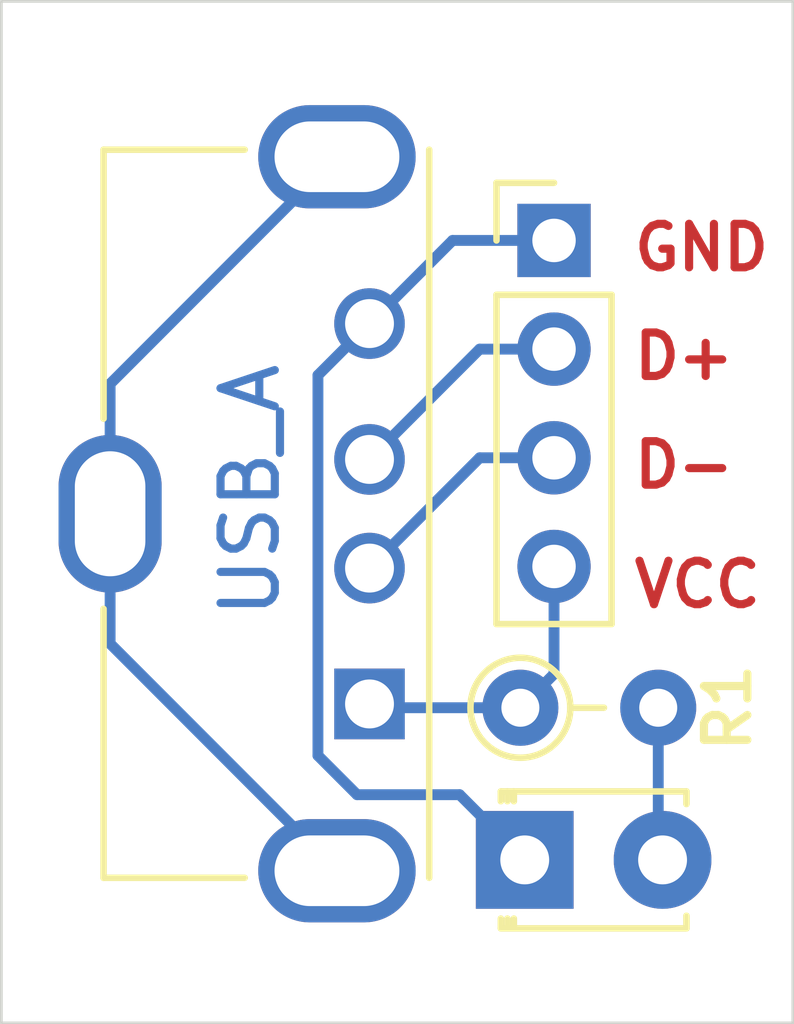
<source format=kicad_pcb>
(kicad_pcb (version 20240108) (generator "pcbnew") (generator_version "8.0")
  (layers (0 "F.Cu" signal) (31 "B.Cu" signal) (34 "B.Paste" user) (35 "F.Paste" user) (36 "B.SilkS" user "B.Silkscreen") (37 "F.SilkS" user "F.Silkscreen") (38 "B.Mask" user) (39 "F.Mask" user) (44 "Edge.Cuts" user))
  (net 0 "")
  (net 1 "/GND")
  (net 2 "/PWR")
  (net 3 "Net-(D1-A)")
  (net 4 "/D+")
  (net 5 "/D-")
  (net 6 "unconnected-(J1-Shield-Pad5)")
  (footprint "Resistor_THT:R_Axial_DIN0204_L3.6mm_D1.6mm_P2.54mm_Vertical" (layer "F.Cu") (at 30.38 33.57)
    (property "Reference" "R1" (at 3.82 0 -90) (layer "F.SilkS") (effects (font (size 0.8 0.8))))
    (property "Value" "R" (hide yes))
    (fp_line (start 0.92 0) (end 1.54 0) (stroke (width 0.12)) (layer "F.SilkS"))
    (fp_circle (center 0 0) (end 0.92 0) (stroke (width 0.12)) (fill none) (layer "F.SilkS"))
    (pad "1" thru_hole circle (at 0 0) (size 1.4 1.4) (drill 0.7) (layers "*.Cu" "*.Mask") (net 2 "/PWR"))
    (pad "2" thru_hole oval (at 2.54 0) (size 1.4 1.4) (drill 0.7) (layers "*.Cu" "*.Mask") (net 3 "Net-(D1-A)"))
  )
  (footprint "Connector_PinHeader_2.00mm:PinHeader_1x04_P2.00mm_Vertical" (layer "F.Cu") (at 31 24.97)
    (property "Reference" "J2" (hide yes))
    (property "Value" "Conn" (hide yes))
    (fp_line (start -1.06 -1.06) (end 0 -1.06) (stroke (width 0.12)) (layer "F.SilkS"))
    (fp_line (start -1.06 0) (end -1.06 -1.06) (stroke (width 0.12)) (layer "F.SilkS"))
    (fp_line (start -1.06 1) (end -1.06 7.06) (stroke (width 0.12)) (layer "F.SilkS"))
    (fp_line (start -1.06 1) (end 1.06 1) (stroke (width 0.12)) (layer "F.SilkS"))
    (fp_line (start -1.06 7.06) (end 1.06 7.06) (stroke (width 0.12)) (layer "F.SilkS"))
    (fp_line (start 1.06 1) (end 1.06 7.06) (stroke (width 0.12)) (layer "F.SilkS"))
    (pad "1" thru_hole rect (at 0 0) (size 1.35 1.35) (drill 0.8) (layers "*.Cu" "*.Mask") (net 1 "/GND"))
    (pad "2" thru_hole oval (at 0 2) (size 1.35 1.35) (drill 0.8) (layers "*.Cu" "*.Mask") (net 4 "/D+"))
    (pad "3" thru_hole oval (at 0 4) (size 1.35 1.35) (drill 0.8) (layers "*.Cu" "*.Mask") (net 5 "/D-"))
    (pad "4" thru_hole oval (at 0 6) (size 1.35 1.35) (drill 0.8) (layers "*.Cu" "*.Mask") (net 2 "/PWR"))
  )
  (footprint "LED_THT:LED_D1.8mm_W3.3mm_H2.4mm" (layer "F.Cu") (at 30.46 36.37)
    (property "Reference" "D1" (hide yes))
    (property "Value" "L1")
    (fp_line (start -0.44 -1.26) (end -0.44 -1.08) (stroke (width 0.12)) (layer "F.SilkS"))
    (fp_line (start -0.44 -1.26) (end 2.98 -1.26) (stroke (width 0.12)) (layer "F.SilkS"))
    (fp_line (start -0.44 1.08) (end -0.44 1.26) (stroke (width 0.12)) (layer "F.SilkS"))
    (fp_line (start -0.44 1.26) (end 2.98 1.26) (stroke (width 0.12)) (layer "F.SilkS"))
    (fp_line (start -0.32 -1.26) (end -0.32 -1.08) (stroke (width 0.12)) (layer "F.SilkS"))
    (fp_line (start -0.32 1.08) (end -0.32 1.26) (stroke (width 0.12)) (layer "F.SilkS"))
    (fp_line (start -0.2 -1.26) (end -0.2 -1.08) (stroke (width 0.12)) (layer "F.SilkS"))
    (fp_line (start -0.2 1.08) (end -0.2 1.26) (stroke (width 0.12)) (layer "F.SilkS"))
    (fp_line (start 2.98 -1.26) (end 2.98 -1.028) (stroke (width 0.12)) (layer "F.SilkS"))
    (fp_line (start 2.98 1.028) (end 2.98 1.26) (stroke (width 0.12)) (layer "F.SilkS"))
    (pad "1" thru_hole rect (at 0 0) (size 1.8 1.8) (drill 0.9) (layers "*.Cu" "*.Mask") (net 1 "/GND"))
    (pad "2" thru_hole circle (at 2.54 0) (size 1.8 1.8) (drill 0.9) (layers "*.Cu" "*.Mask") (net 3 "Net-(D1-A)"))
  )
  (footprint "Connector_USB:USB_A_Molex_105057_Vertical" (layer "F.Cu") (at 27.6 33.5 90)
    (property "Reference" "J1" (hide yes))
    (property "Value" "USB_A" (at 3.93 -2.2 90) (layer "B.Cu"))
    (fp_line (start 10.2 -4.9) (end 5.25 -4.9) (stroke (width 0.12)) (layer "F.SilkS"))
    (fp_line (start 10.2 -4.9) (end 10.2 -2.3) (stroke (width 0.12)) (layer "F.SilkS"))
    (fp_line (start -3.2 -4.9) (end 1.75 -4.9) (stroke (width 0.12)) (layer "F.SilkS"))
    (fp_line (start -3.2 -4.9) (end -3.2 -2.3) (stroke (width 0.12)) (layer "F.SilkS"))
    (fp_line (start 10.2 1.1) (end -3.2 1.1) (stroke (width 0.12)) (layer "F.SilkS"))
    (pad "1" thru_hole rect (at 0 0 90) (size 1.3 1.3) (drill 0.9) (layers "*.Cu" "*.Mask") (net 2 "/PWR"))
    (pad "2" thru_hole circle (at 2.5 0 90) (size 1.3 1.3) (drill 0.9) (layers "*.Cu" "*.Mask") (net 5 "/D-"))
    (pad "3" thru_hole circle (at 4.5 0 90) (size 1.3 1.3) (drill 0.9) (layers "*.Cu" "*.Mask") (net 4 "/D+"))
    (pad "4" thru_hole circle (at 7 0 90) (size 1.3 1.3) (drill 0.9) (layers "*.Cu" "*.Mask") (net 1 "/GND"))
    (pad "5" thru_hole oval (at -3.07 -0.6 270) (size 1.9 2.9) (drill oval 1.3 2.3) (layers "*.Cu" "*.Mask") (net 6 "unconnected-(J1-Shield-Pad5)"))
    (pad "5" thru_hole oval (at 3.5 -4.78 180) (size 1.9 2.9) (drill oval 1.3 2.3) (layers "*.Cu" "*.Mask") (net 6 "unconnected-(J1-Shield-Pad5)"))
    (pad "5" thru_hole oval (at 10.07 -0.6 90) (size 1.9 2.9) (drill oval 1.3 2.3) (layers "*.Cu" "*.Mask") (net 6 "unconnected-(J1-Shield-Pad5)"))
  )
  (gr_line (start 35.4 20.57) (end 35.4 39.37) (stroke (width 0.05)) (layer "Edge.Cuts"))
  (gr_line (start 20.81625 20.57) (end 35.4 20.57) (stroke (width 0.05)) (layer "Edge.Cuts"))
  (gr_line (start 35.4 39.37) (end 20.81625 39.37) (stroke (width 0.05)) (layer "Edge.Cuts"))
  (gr_line (start 20.81625 39.37) (end 20.81625 20.57) (stroke (width 0.05)) (layer "Edge.Cuts"))
  (gr_text "D+" (at 32.4 27.57 0) (layer "F.Cu") (effects (font (size 0.8 0.8) (thickness 0.15) (bold yes)) (justify left bottom)))
  (gr_text "GND" (at 32.4 25.57 0) (layer "F.Cu") (effects (font (size 0.8 0.8) (thickness 0.15) (bold yes)) (justify left bottom)))
  (gr_text "D-" (at 32.4 29.57 0) (layer "F.Cu") (effects (font (size 0.8 0.8) (thickness 0.15) (bold yes)) (justify left bottom)))
  (gr_text "VCC" (at 32.4 31.77 0) (layer "F.Cu") (effects (font (size 0.8 0.8)) (justify left bottom)))
  (segment (start 29.13 24.97) (end 27.6 26.5) (width 0.2) (layer "B.Cu") (net 1))
  (segment (start 26.65 27.45) (end 26.65 34.45) (width 0.2) (layer "B.Cu") (net 1))
  (segment (start 26.65 34.45) (end 27.37 35.17) (width 0.2) (layer "B.Cu") (net 1))
  (segment (start 27.6 26.5) (end 26.65 27.45) (width 0.2) (layer "B.Cu") (net 1))
  (segment (start 27.37 35.17) (end 29.26 35.17) (width 0.2) (layer "B.Cu") (net 1))
  (segment (start 31 24.97) (end 29.13 24.97) (width 0.2) (layer "B.Cu") (net 1))
  (segment (start 29.26 35.17) (end 30.46 36.37) (width 0.2) (layer "B.Cu") (net 1))
  (segment (start 31 32.95) (end 30.38 33.57) (width 0.2) (layer "B.Cu") (net 2))
  (segment (start 31 30.97) (end 31 32.95) (width 0.2) (layer "B.Cu") (net 2))
  (segment (start 30.38 33.57) (end 27.67 33.57) (width 0.2) (layer "B.Cu") (net 2))
  (segment (start 27.67 33.57) (end 27.6 33.5) (width 0.2) (layer "B.Cu") (net 2))
  (segment (start 32.92 36.29) (end 33 36.37) (width 0.2) (layer "B.Cu") (net 3))
  (segment (start 32.92 33.57) (end 32.92 36.29) (width 0.2) (layer "B.Cu") (net 3))
  (segment (start 31 26.97) (end 29.63 26.97) (width 0.2) (layer "B.Cu") (net 4))
  (segment (start 29.63 26.97) (end 27.6 29) (width 0.2) (layer "B.Cu") (net 4))
  (segment (start 31 28.97) (end 29.63 28.97) (width 0.2) (layer "B.Cu") (net 5))
  (segment (start 29.63 28.97) (end 27.6 31) (width 0.2) (layer "B.Cu") (net 5))
  (segment (start 22.82 32.39) (end 22.82 30) (width 0.2) (layer "B.Cu") (net 6))
  (segment (start 27 23.43) (end 22.82 27.61) (width 0.2) (layer "B.Cu") (net 6))
  (segment (start 22.82 27.61) (end 22.82 30) (width 0.2) (layer "B.Cu") (net 6))
  (segment (start 27 36.57) (end 22.82 32.39) (width 0.2) (layer "B.Cu") (net 6))
)
</source>
